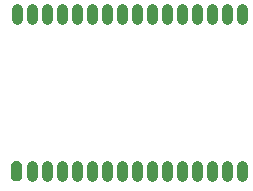
<source format=gbs>
G04 Layer: BottomSolderMaskLayer*
G04 EasyEDA v6.4.19.4, 2021-05-22T17:12:30+02:00*
G04 60ca6d144bf64f37953a992c9f1d910e,8dc9eacff13444d6b60fd3cb587e6cd5,10*
G04 Gerber Generator version 0.2*
G04 Scale: 100 percent, Rotated: No, Reflected: No *
G04 Dimensions in inches *
G04 leading zeros omitted , absolute positions ,3 integer and 6 decimal *
%FSLAX36Y36*%
%MOIN*%

%ADD19C,0.0356*%
%ADD20C,0.0356*%

%LPD*%
D19*
X1250000Y-597442D02*
G01*
X1250000Y-628897D01*
X1200000Y-597442D02*
G01*
X1200000Y-628897D01*
X1150000Y-597442D02*
G01*
X1150000Y-628897D01*
X1100000Y-597442D02*
G01*
X1100000Y-628897D01*
X1050000Y-597442D02*
G01*
X1050000Y-628897D01*
X1000000Y-597442D02*
G01*
X1000000Y-628897D01*
X950000Y-597442D02*
G01*
X950000Y-628897D01*
X900000Y-597442D02*
G01*
X900000Y-628897D01*
X850000Y-597442D02*
G01*
X850000Y-628897D01*
X800000Y-597442D02*
G01*
X800000Y-628897D01*
X750000Y-597442D02*
G01*
X750000Y-628897D01*
X700000Y-597442D02*
G01*
X700000Y-628897D01*
X650000Y-597442D02*
G01*
X650000Y-628897D01*
X600000Y-597442D02*
G01*
X600000Y-628897D01*
X550000Y-597442D02*
G01*
X550000Y-628897D01*
X500000Y-597442D02*
G01*
X500000Y-628897D01*
D20*
X850000Y-1121062D02*
G01*
X850000Y-1152518D01*
X900000Y-1121062D02*
G01*
X900000Y-1152518D01*
X550000Y-1121062D02*
G01*
X550000Y-1152518D01*
X600000Y-1121062D02*
G01*
X600000Y-1152518D01*
X650000Y-1121062D02*
G01*
X650000Y-1152518D01*
X700000Y-1121062D02*
G01*
X700000Y-1152518D01*
X750000Y-1121062D02*
G01*
X750000Y-1152518D01*
X800000Y-1121062D02*
G01*
X800000Y-1152518D01*
X950000Y-1121062D02*
G01*
X950000Y-1152518D01*
X1000000Y-1121062D02*
G01*
X1000000Y-1152518D01*
X1050000Y-1121062D02*
G01*
X1050000Y-1152518D01*
X1100000Y-1121062D02*
G01*
X1100000Y-1152518D01*
X1150000Y-1121062D02*
G01*
X1150000Y-1152518D01*
D19*
X1200000Y-1121062D02*
G01*
X1200000Y-1152518D01*
D20*
X1250000Y-1121062D02*
G01*
X1250000Y-1152518D01*
G36*
X492399Y-1170300D02*
G01*
X482199Y-1160100D01*
X482199Y-1113499D01*
X492399Y-1103200D01*
X507600Y-1103200D01*
X517800Y-1113499D01*
X517800Y-1160100D01*
X507600Y-1170300D01*
G37*
M02*

</source>
